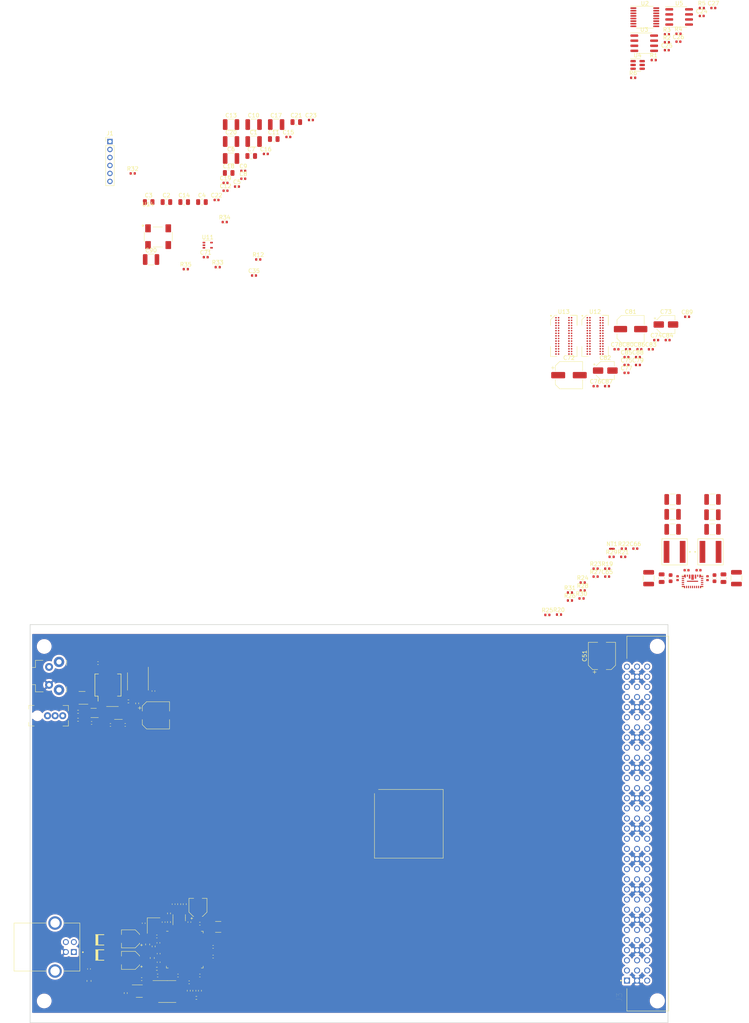
<source format=kicad_pcb>
(kicad_pcb (version 20210424) (generator pcbnew)
  (layers (0 "F.Cu" signal) (1 "In1.Cu" power) (2 "In2.Cu" power) (31 "B.Cu" signal) (34 "B.Paste" user) (35 "F.Paste" user) (36 "B.SilkS" user "B.Silkscreen") (37 "F.SilkS" user "F.Silkscreen") (38 "B.Mask" user) (39 "F.Mask" user) (44 "Edge.Cuts" user))
  (net 0 "")
  (net 1 "VCCINT")
  (net 2 "GND")
  (net 3 "VCCAUX")
  (net 4 "Net-(C31-Pad1)")
  (net 5 "VCC")
  (net 6 "Net-(C35-Pad1)")
  (net 7 "/USB interface/VPHY")
  (net 8 "/USB interface/VPLL")
  (net 9 "Net-(C49-Pad1)")
  (net 10 "Net-(C50-Pad1)")
  (net 11 "Net-(C56-Pad1)")
  (net 12 "Net-(C56-Pad2)")
  (net 13 "Net-(C64-Pad1)")
  (net 14 "/Power Supply/BP5")
  (net 15 "Net-(C67-Pad1)")
  (net 16 "Net-(C67-Pad2)")
  (net 17 "Net-(C68-Pad1)")
  (net 18 "Net-(U18-Pad6)")
  (net 19 "Net-(C95-Pad1)")
  (net 20 "/USB interface/D-")
  (net 21 "/USB interface/D+")
  (net 22 "Net-(D3-Pad1)")
  (net 23 "Net-(D3-Pad3)")
  (net 24 "/USB interface/VBUS")
  (net 25 "TCK")
  (net 26 "TDI")
  (net 27 "TMS")
  (net 28 "TDO")
  (net 30 "DIN1")
  (net 31 "DIN2")
  (net 32 "DIN3")
  (net 33 "DIN4")
  (net 34 "DIN5")
  (net 35 "DIN7")
  (net 36 "DIN8")
  (net 37 "DIN9")
  (net 38 "DIN10")
  (net 39 "DIN11")
  (net 40 "DIN12")
  (net 41 "DIN13")
  (net 42 "DIN14")
  (net 43 "DIN15")
  (net 44 "DIN16")
  (net 45 "DIN17")
  (net 46 "DIN18")
  (net 47 "DIN20")
  (net 48 "DIN21")
  (net 49 "DIN22")
  (net 50 "DIN23")
  (net 51 "DIN24")
  (net 52 "DIN25")
  (net 53 "DIN26")
  (net 54 "DIN27")
  (net 55 "DIN28")
  (net 56 "DIN29")
  (net 57 "DIN30")
  (net 58 "DIN31")
  (net 59 "DIN32")
  (net 60 "DIN34")
  (net 61 "DIN35")
  (net 62 "DIN37")
  (net 63 "DIN38")
  (net 64 "DIN40")
  (net 65 "DIN41")
  (net 66 "DIN43")
  (net 67 "DIN44")
  (net 68 "DIN46")
  (net 69 "DIN47")
  (net 70 "DIN49")
  (net 71 "DIN50")
  (net 72 "DIN52")
  (net 73 "DIN53")
  (net 74 "DIN55")
  (net 75 "DIN56")
  (net 76 "DIN58")
  (net 77 "DIN59")
  (net 78 "DIN61")
  (net 79 "DIN62")
  (net 80 "DIN64")
  (net 81 "DIN65")
  (net 82 "DIN66")
  (net 83 "DIN67")
  (net 84 "DIN68")
  (net 85 "DIN69")
  (net 86 "DIN70")
  (net 87 "DIN71")
  (net 88 "DIN72")
  (net 89 "DIN73")
  (net 90 "DIN74")
  (net 91 "DIN75")
  (net 92 "DIN77")
  (net 93 "DIN78")
  (net 94 "DIN79")
  (net 95 "DIN80")
  (net 96 "DIN81")
  (net 97 "DIN82")
  (net 98 "DIN83")
  (net 99 "DIN84")
  (net 100 "DIN85")
  (net 101 "DIN86")
  (net 102 "DIN87")
  (net 103 "DIN88")
  (net 104 "DIN90")
  (net 105 "DIN91")
  (net 106 "DIN92")
  (net 107 "DIN93")
  (net 108 "DIN94")
  (net 109 "DIN95")
  (net 110 "DIN96")
  (net 113 "GND1")
  (net 114 "/Flash Memory/SPI_CLK")
  (net 115 "/Flash Memory/SPI_CONFIG_CS")
  (net 116 "/Flash Memory/SPI_MISO")
  (net 117 "Net-(R3-Pad2)")
  (net 118 "/Flash Memory/SPI_ROM_CS")
  (net 119 "Net-(R6-Pad2)")
  (net 120 "Net-(R11-Pad2)")
  (net 121 "Net-(R13-Pad1)")
  (net 122 "Net-(R14-Pad2)")
  (net 123 "Net-(R15-Pad2)")
  (net 124 "Net-(R16-Pad2)")
  (net 125 "Net-(R17-Pad1)")
  (net 126 "Net-(R18-Pad1)")
  (net 127 "Net-(R19-Pad1)")
  (net 128 "/Power Supply/EN1")
  (net 129 "/Power Supply/EN2")
  (net 130 "Net-(R24-Pad1)")
  (net 131 "Net-(R26-Pad1)")
  (net 132 "Net-(R26-Pad2)")
  (net 133 "INIT_B#")
  (net 134 "/Processor JTAG/DONE")
  (net 135 "SPI_PROGRAM#")
  (net 136 "Net-(R35-Pad1)")
  (net 137 "Net-(R36-Pad1)")
  (net 138 "Net-(R37-Pad2)")
  (net 139 "Net-(R38-Pad1)")
  (net 258 "FPGA_SPI_ROM_CS")
  (net 297 "FPGA_SPI_MISO")
  (net 307 "FPGA_SPI_CLK")
  (net 312 "/Processor JTAG/PROGRAM_B#")
  (net 313 "FPGA_SPI_CONFIG_CS")
  (net 320 "FPGA_SPI_MOSI")
  (net 325 "USB_SPI_CLK")
  (net 326 "USB_SPI_MOSI")
  (net 327 "/Flash Memory/SPI_MOSI")
  (net 328 "USB_SPI_CONFIG_CS")
  (net 329 "USB_SPI_ROM_CS")
  (net 330 "USB_SPI_MISO")
  (net 331 "Net-(U6-Pad4)")
  (net 332 "Net-(U7-Pad4)")
  (net 333 "Net-(U7-Pad5)")
  (net 334 "Net-(U7-Pad6)")
  (net 335 "Net-(U7-Pad7)")
  (net 360 "/Power Supply/SYNC")
  (net 361 "/Power Supply/SS")
  (net 362 "DRAM1_IO15")
  (net 363 "DRAM1_IO0")
  (net 364 "DRAM1_IO14")
  (net 365 "DRAM1_IO1")
  (net 366 "DRAM1_IO13")
  (net 367 "DRAM1_IO2")
  (net 368 "DRAM1_IO12")
  (net 369 "DRAM1_IO11")
  (net 370 "DRAM1_IO4")
  (net 371 "DRAM1_IO3")
  (net 372 "DRAM1_IO10")
  (net 373 "DRAM1_IO5")
  (net 374 "DRAM1_IO9")
  (net 375 "DRAM1_IO6")
  (net 376 "DRAM1_IO8")
  (net 377 "DRAM1_IO7")
  (net 378 "DRAM1_UDQM")
  (net 379 "DRAM1_LDQM")
  (net 380 "DRAM1_WE#")
  (net 381 "DRAM_CLK")
  (net 382 "DRAM1_RAS#")
  (net 383 "DRAM1_CAS#")
  (net 384 "DRAM1_CS#")
  (net 385 "DRAM1_A11")
  (net 386 "DRAM1_A9")
  (net 387 "DRAM1_A8")
  (net 388 "DRAM1_A7")
  (net 389 "DRAM1_A0")
  (net 390 "DRAM1_A10")
  (net 391 "DRAM1_A6")
  (net 392 "DRAM1_A5")
  (net 393 "DRAM1_A2")
  (net 394 "DRAM1_A1")
  (net 395 "DRAM1_A4")
  (net 396 "DRAM1_A3")
  (net 397 "DRAM2_IO15")
  (net 398 "DRAM2_IO0")
  (net 399 "DRAM2_IO14")
  (net 400 "DRAM2_IO1")
  (net 401 "DRAM2_IO13")
  (net 402 "DRAM2_IO2")
  (net 403 "DRAM2_IO12")
  (net 404 "DRAM2_IO11")
  (net 405 "DRAM2_IO4")
  (net 406 "DRAM2_IO3")
  (net 407 "DRAM2_IO10")
  (net 408 "DRAM2_IO5")
  (net 409 "DRAM2_IO9")
  (net 410 "DRAM2_IO6")
  (net 411 "DRAM2_IO8")
  (net 412 "DRAM2_IO7")
  (net 413 "DRAM2_UDQM")
  (net 414 "DRAM2_LDQM")
  (net 415 "DRAM2_WE#")
  (net 416 "DRAM2_RAS#")
  (net 417 "DRAM2_CAS#")
  (net 418 "DRAM2_CS#")
  (net 419 "DRAM2_A11")
  (net 420 "DRAM2_A9")
  (net 421 "DRAM2_A8")
  (net 422 "DRAM2_A7")
  (net 423 "DRAM2_A0")
  (net 424 "DRAM2_A10")
  (net 425 "DRAM2_A6")
  (net 426 "DRAM2_A5")
  (net 427 "DRAM2_A2")
  (net 428 "DRAM2_A1")
  (net 429 "DRAM2_A4")
  (net 430 "DRAM2_A3")
  (net 433 "Net-(U15-Pad1)")
  (net 434 "Net-(U15-Pad2)")
  (net 435 "Net-(U19-Pad3)")
  (net 436 "Net-(U18-Pad10)")
  (net 437 "Net-(U17-Pad2)")
  (net 438 "Net-(U17-Pad4)")
  (net 439 "Net-(U17-Pad6)")
  (net 440 "Net-(C94-Pad2)")
  (footprint "Mounting_Holes:MountingHole_2.7mm" (layer "F.Cu") (at 58.6 139.45)
    (fp_text reference "MK3" hide)
    (fp_text value "Mounting_Hole_PAD" hide)
  )
  (footprint "Mounting_Holes:MountingHole_2.7mm" (layer "F.Cu") (at 58.6 50.55)
    (fp_text reference "MK1" hide)
    (fp_text value "Mounting_Hole_PAD" hide)
  )
  (footprint "SS-52300-001:BEL_SS-52300-001" (layer "F.Cu") (at 64.03 125.93 -90)
    (fp_text reference "J2")
    (fp_text value "USB_B")
  )
  (footprint "Capacitor_SMD:C_0402_1005Metric" (layer "F.Cu") (at 219.72 -32.12)
    (fp_text reference "C89")
    (fp_text value "470nF")
  )
  (footprint "Resistor_SMD:R_0402_1005Metric" (layer "F.Cu") (at 190.35 39.03)
    (fp_text reference "R26")
    (fp_text value "10k")
  )
  (footprint "Package_TO_SOT_SMD:SOT-23-6" (layer "F.Cu") (at 207.32 -95.27)
    (fp_text reference "U4")
    (fp_text value "TMUX1219")
  )
  (footprint "Capacitor_SMD:CP_Elec_4x4.5" (layer "F.Cu") (at 80.23 129.28 180)
    (fp_text reference "C38")
    (fp_text value "4.7u")
  )
  (footprint "Capacitor_SMD:C_0402_1005Metric" (layer "F.Cu") (at 92.13 133.08)
    (fp_text reference "C40")
    (fp_text value "0.1u")
  )
  (footprint "Capacitor_SMD:C_0402_1005Metric" (layer "F.Cu") (at 204.52 -18.06)
    (fp_text reference "C77")
    (fp_text value "470nF")
  )
  (footprint "Capacitor_SMD:C_0805_2012Metric" (layer "F.Cu") (at 89.23 -60.89)
    (fp_text reference "C2")
    (fp_text value "4.7uF")
  )
  (footprint "Capacitor_SMD:C_0402_1005Metric" (layer "F.Cu") (at 94.98 119.68 90)
    (fp_text reference "C41")
    (fp_text value "0.1u")
  )
  (footprint "Resistor_SMD:R_0402_1005Metric" (layer "F.Cu") (at 214.65 -100.96)
    (fp_text reference "R2")
    (fp_text value "2.4k")
  )
  (footprint "Capacitor_SMD:C_0402_1005Metric" (layer "F.Cu") (at 104.04 -63.73)
    (fp_text reference "C12")
    (fp_text value "470nF")
  )
  (footprint "Capacitor_SMD:C_1210_3225Metric" (layer "F.Cu") (at 226.06 17.52 180)
    (fp_text reference "C70")
    (fp_text value "100uF")
  )
  (footprint "Capacitor_SMD:C_1210_3225Metric" (layer "F.Cu") (at 216.08 17.43)
    (fp_text reference "C58")
    (fp_text value "100uF")
  )
  (footprint "Capacitor_SMD:C_1210_3225Metric" (layer "F.Cu") (at 105.43 -76.07)
    (fp_text reference "C20")
    (fp_text value "100uF")
  )
  (footprint "Capacitor_SMD:C_0402_1005Metric" (layer "F.Cu") (at 70.48 69.73)
    (fp_text reference "C92")
    (fp_text value "0.1uF")
  )
  (footprint "DO-214AC:DO-214AC" (layer "F.Cu") (at 72.53 124.13)
    (fp_text reference "D2")
    (fp_text value "D_TVS")
  )
  (footprint "Resistor_SMD:R_0402_1005Metric" (layer "F.Cu") (at 203.85 26.03)
    (fp_text reference "R22")
    (fp_text value "10k")
  )
  (footprint "NetTie:NetTie-2_SMD_Pad0.5mm" (layer "F.Cu") (at 200.87 26.06)
    (fp_text reference "NT1")
    (fp_text value "NetTie_2")
  )
  (footprint "Package_SO:SOIC-8_3.9x4.9mm_P1.27mm" (layer "F.Cu") (at 208.97 -100.72)
    (fp_text reference "U3")
    (fp_text value "AT25xxx")
  )
  (footprint "Resistor_SMD:R_0402_1005Metric" (layer "F.Cu") (at 96.23 136.88 -90)
    (fp_text reference "R9")
    (fp_text value "10k")
  )
  (footprint "Capacitor_SMD:C_0402_1005Metric" (layer "F.Cu") (at 83.03 133.98 180)
    (fp_text reference "C48")
    (fp_text value "0.1u")
  )
  (footprint "Resistor_SMD:R_0402_1005Metric" (layer "F.Cu") (at 93.83 115.18 -90)
    (fp_text reference "R15")
    (fp_text value "10k")
  )
  (footprint "Capacitor_SMD:C_0402_1005Metric" (layer "F.Cu") (at 101.79 -61.41)
    (fp_text reference "C22")
    (fp_text value "470nF")
  )
  (footprint "Package_SO:TSSOP-16_4.4x5mm_P0.65mm" (layer "F.Cu") (at 89.43 137.08)
    (fp_text reference "U7")
    (fp_text value "SN74AVC4T245PW")
  )
  (footprint "Capacitor_SMD:C_1210_3225Metric" (layer "F.Cu") (at 102.21 120.88)
    (fp_text reference "C34")
    (fp_text value "3.3uF")
  )
  (footprint "Capacitor_SMD:C_0402_1005Metric" (layer "F.Cu") (at 219.58 31.43)
    (fp_text reference "C56")
    (fp_text value "0.1uF")
  )
  (footprint "Capacitor_SMD:C_Elec_6.3x7.7" (layer "F.Cu") (at 205.56 -29.03)
    (fp_text reference "C81")
    (fp_text value "100uF")
  )
  (footprint "Resistor_SMD:R_0402_1005Metric" (layer "F.Cu") (at 80.78 -68.07)
    (fp_text reference "R32")
    (fp_text value "4.7k")
  )
  (footprint "Capacitor_SMD:C_0402_1005Metric" (layer "F.Cu") (at 207.76 -23.97)
    (fp_text reference "C86")
    (fp_text value "470nF")
  )
  (footprint "Package_TO_SOT_SMD:SOT-353_SC-70-5" (layer "F.Cu") (at 99.58 -50.07)
    (fp_text reference "U11")
    (fp_text value "74LVC1G08")
  )
  (footprint "TPS541620:TPS541620" (layer "F.Cu") (at 221.08 34.23 -90)
    (fp_text reference "U10")
    (fp_text value "TPS541620")
  )
  (footprint "Capacitor_SMD:C_0603_1608Metric" (layer "F.Cu") (at 215.58 33.43 -90)
    (fp_text reference "C54")
    (fp_text value "0.1uF")
  )
  (footprint "Capacitor_SMD:C_0402_1005Metric" (layer "F.Cu") (at 199.68 33.03)
    (fp_text reference "C65")
    (fp_text value "4.7uF")
  )
  (footprint "Capacitor_SMD:C_0402_1005Metric" (layer "F.Cu") (at 207.39 -20.03)
    (fp_text reference "C79")
    (fp_text value "470nF")
  )
  (footprint "Capacitor_SMD:C_0402_1005Metric" (layer "F.Cu") (at 87.23 124.88 -90)
    (fp_text reference "C37")
    (fp_text value "0.1u")
  )
  (footprint "Inductor_SMD:L_0603_1608Metric" (layer "F.Cu") (at 84.53 125.28 -90)
    (fp_text reference "FB2")
    (fp_text value "600R/0.5A")
  )
  (footprint "Resistor_SMD:R_0402_1005Metric" (layer "F.Cu") (at 102.08 -44.57)
    (fp_text reference "R33")
    (fp_text value "330")
  )
  (footprint "Capacitor_SMD:C_0402_1005Metric" (layer "F.Cu") (at 217.54 -101.11)
    (fp_text reference "C26")
    (fp_text value "0.1u")
  )
  (footprint "Package_SO:SOIC-8_3.9x4.9mm_P1.27mm" (layer "F.Cu") (at 217.72 -107.31)
    (fp_text reference "U5")
    (fp_text value "AT25xxx")
  )
  (footprint "Resistor_SMD:R_0402_1005Metric" (layer "F.Cu") (at 94.08 -44.07)
    (fp_text reference "R35")
    (fp_text value "4.7k")
  )
  (footprint "Capacitor_SMD:C_0402_1005Metric" (layer "F.Cu") (at 204.89 -23.97)
    (fp_text reference "C80")
    (fp_text value "470nF")
  )
  (footprint "Inductor_SMD:L_0603_1608Metric" (layer "F.Cu") (at 69.83 134.43 90)
    (fp_text reference "FB1")
    (fp_text value "600R/0.5A")
  )
  (footprint "Resistor_SMD:R_0402_1005Metric" (layer "F.Cu") (at 89.88 119.67 90)
    (fp_text reference "R17")
    (fp_text value "2.2k")
  )
  (footprint "DO-214AC:DO-214AC" (layer "F.Cu") (at 72.53 127.93)
    (fp_text reference "D1")
    (fp_text value "D_TVS")
  )
  (footprint "Capacitor_SMD:C_0402_1005Metric" (layer "F.Cu") (at 207.39 -22)
    (fp_text reference "C88")
    (fp_text value "470nF")
  )
  (footprint "Capacitor_SMD:C_0402_1005Metric" (layer "F.Cu") (at 125.44 -81.46)
    (fp_text reference "C23")
    (fp_text value "470nF")
  )
  (footprint "Resistor_SMD:R_0402_1005Metric" (layer "F.Cu") (at 203.71 28.08)
    (fp_text reference "R21")
    (fp_text value "10k")
  )
  (footprint "Resistor_SMD:R_0402_1005Metric" (layer "F.Cu") (at 187.61 42.56)
    (fp_text reference "R20")
    (fp_text value "14k")
  )
  (footprint "Capacitor_SMD:C_0402_1005Metric" (layer "F.Cu") (at 97.61 120.08)
    (fp_text reference "C33")
    (fp_text value "0.1u")
  )
  (footprint "Resistor_SMD:R_0402_1005Metric" (layer "F.Cu") (at 199.7 31.05)
    (fp_text reference "R19")
    (fp_text value "100k")
  )
  (footprint "Resistor_SMD:R_0402_1005Metric" (layer "F.Cu") (at 200.8 28.08)
    (fp_text reference "R29")
    (fp_text value "39.9k")
  )
  (footprint "Capacitor_SMD:C_0402_1005Metric" (layer "F.Cu") (at 223.38 -107.56)
    (fp_text reference "C24")
    (fp_text value "0.1u")
  )
  (footprint "2-1825027-0:2-1825027-0" (layer "F.Cu") (at 62.3125 54.43 -90)
    (fp_text reference "SW1")
    (fp_text value "SW_Push")
  )
  (footprint "Resistor_SMD:R_0402_1005Metric" (layer "F.Cu") (at 223.4 -109.54)
    (fp_text reference "R5")
    (fp_text value "2.4k")
  )
  (footprint "Capacitor_SMD:C_0402_1005Metric" (layer "F.Cu") (at 204.52 -20.03)
    (fp_text reference "C75")
    (fp_text value "470nF")
  )
  (footprint "Capacitor_SMD:C_0402_1005Metric" (layer "F.Cu") (at 214.84 -26.27)
    (fp_text reference "C84")
    (fp_text value "470nF")
  )
  (footprint "Resistor_SMD:R_0402_1005Metric" (layer "F.Cu") (at 103.84 -55.87)
    (fp_text reference "R34")
    (fp_text value "4.7k")
  )
  (footprint "Capacitor_SMD:C_0402_1005Metric" (layer "F.Cu") (at 85.98 61.73 90)
    (fp_text reference "C93")
    (fp_text value "0.1uF")
  )
  (footprint "Capacitor_SMD:C_1210_3225Metric" (layer "F.Cu") (at 216.08 21.18)
    (fp_text reference "C57")
    (fp_text value "100uF")
  )
  (footprint "Package_SO:TSSOP-14_4.4x5mm_P0.65mm" (layer "F.Cu") (at 82.08 59.33 -90)
    (fp_text reference "U17")
    (fp_text value "74LS04")
  )
  (footprint "Package_SO:VSSOP-8_3.0x3.0mm_P0.65mm" (layer "F.Cu") (at 77.2 67.23)
    (fp_text reference "U19")
    (fp_text value "LMC555xMM")
  )
  (footprint "Resistor_SMD:R_0402_1005Metric" (layer "F.Cu") (at 193.26 38.51)
    (fp_text reference "R30")
    (fp_text value "15.4k")
  )
  (footprint "Package_SO:TSSOP-16_4.4x5mm_P0.65mm" (layer "F.Cu") (at 209.12 -107.24)
    (fp_text reference "U2")
    (fp_text value "74LVC157")
  )
  (footprint "Resistor_SMD:R_0402_1005Metric" (layer "F.Cu") (at 67.09 66.93)
    (fp_text reference "R37")
    (fp_text value "52")
  )
  (footprint "Capacitor_SMD:C_0402_1005Metric" (layer "F.Cu") (at 211.97 -26.27)
    (fp_text reference "C74")
    (fp_text value "470nF")
  )
  (footprint "Package_TO_SOT_SMD:SOT-23-5" (layer "F.Cu") (at 82.43 136.98)
    (fp_text reference "U6")
    (fp_text value "74LVC1G04")
  )
  (footprint "Capacitor_SMD:C_0402_1005Metric" (layer "F.Cu") (at 210.63 -23.97)
    (fp_text reference "C83")
    (fp_text value "470nF")
  )
  (footprint "Resistor_SMD:R_0402_1005Metric" (layer "F.Cu") (at 96.73 138.68 180)
    (fp_text reference "R11")
    (fp_text value "22")
  )
  (footprint "Capacitor_SMD:C_0402_1005Metric" (layer "F.Cu") (at 224.83 33.43 -90)
    (fp_text reference "C63")
    (fp_text value "0.1uF")
  )
  (footprint "Capacitor_SMD:C_0402_1005Metric" (layer "F.Cu") (at 94.93 134.78)
    (fp_text reference "C46")
    (fp_text value "0.1u")
  )
  (footprint "Capacitor_SMD:C_1210_3225Metric" (layer "F.Cu") (at 226.08 21.18 180)
    (fp_text reference "C69")
    (fp_text value "100uF")
  )
  (footprint "Capacitor_SMD:CP_Elec_6.3x7.7" (layer "F.Cu") (at 86.6 67.83)
    (fp_text reference "C95")
    (fp_text value "1uF")
  )
  (footprint "WP42WUMGYW:WP42WUM,GYW" (layer "F.Cu") (at 61.3375 67.93 180)
    (fp_text reference "D3")
    (fp_text value "LED_Dual_AKA")
  )
  (footprint "Capacitor_SMD:C_0805_2012Metric" (layer "F.Cu") (at 98.13 -60.89)
    (fp_text reference "C4")
    (fp_text value "4.7uF")
  )
  (footprint "Capacitor_SMD:C_1210_3225Metric" (layer "F.Cu") (at 111.08 -80.32)
    (fp_text reference "C10")
    (fp_text value "100uF")
  )
  (footprint "Connector_PinHeader_2.00mm:PinHeader_1x06_P2.00mm_Vertical" (layer "F.Cu") (at 75.08 -76.07)
    (fp_text reference "J1")
    (fp_text value "Conn_02x03_Counter_Clockwise")
  )
  (footprint "Package_SO:TSOP-6_1.65x3.05mm_P0.95mm" (layer "F.Cu") (at 68.08 63.43 180)
    (fp_text reference "U15")
    (fp_text value "BCM56DS")
  )
  (footprint "Capacitor_SMD:C_0402_1005Metric" (layer "F.Cu") (at 100.93 125.88)
    (fp_text reference "C43")
    (fp_text value "0.1u")
  )
  (footprint "XAL6030-122MEB:IND_XAL6030-122MEB" (layer "F.Cu") (at 225.58 26.83)
    (fp_text reference "L2")
    (fp_text value "1.2uH")
  )
  (footprint "Capacitor_SMD:C_0402_1005Metric" (layer "F.Cu") (at 206.74 26.02)
    (fp_text reference "C66")
    (fp_text value "0.1uF")
  )
  (footprint "Resistor_SMD:R_0402_1005Metric" (layer "F.Cu") (at 184.7 42.64)
    (fp_text reference "R25")
    (fp_text value "56k")
  )
  (footprint "Capacitor_SMD:C_0402_1005Metric" (layer "F.Cu") (at 199.64 -14.72)
    (fp_text reference "C87")
    (fp_text value "470nF")
  )
  (footprint "Capacitor_SMD:C_1210_3225Metric" (layer "F.Cu") (at 232.08 33.43 -90)
    (fp_text reference "C60")
    (fp_text value "47uF")
  )
  (footprint "Resistor_SMD:R_0402_1005Metric" (layer "F.Cu") (at 211.35 -96.5)
    (fp_text reference "R1")
    (fp_text value "100")
  )
  (footprint "Resistor_SMD:R_0402_1005Metric" (layer "F.Cu") (at 89.88 117.49 -90)
    (fp_text reference "R14")
    (fp_text value "10k")
  )
  (footprint "Capacitor_SMD:C_0402_1005Metric" (layer "F.Cu") (at 69.83 131.43 90)
    (fp_text reference "C31")
    (fp_text value "10n")
  )
  (footprint "Capacitor_SMD:C_0402_1005Metric" (layer "F.Cu") (at 91.03 115.18 90)
    (fp_text reference "C44")
    (fp_text value "0.1u")
  )
  (footprint "Capacitor_SMD:C_0402_1005Metric" (layer "F.Cu") (at 108.49 -66.74)
    (fp_text reference "C8")
    (fp_text value "470nF")
  )
  (footprint "Capacitor_SMD:C_0402_1005Metric" (layer "F.Cu") (at 104.04 -65.7)
    (fp_text reference "C19")
    (fp_text value "470nF")
  )
  (footprint "650913-5:TE_650913-5" (layer "F.Cu") (at 204.6375 134.34425 90)
    (fp_text reference "J3")
    (fp_text value "650913-5")
  )
  (footprint "Capacitor_SMD:CP_Elec_4x4.5" (layer "F.Cu") (at 199.21 -18.63)
    (fp_text reference "C82")
    (fp_text value "4.7uF")
  )
  (footprint "Resistor_SMD:R_0402_1005Metric" (layer "F.Cu") (at 81.9 64.83 90)
    (fp_text reference "R39")
    (fp_text value "470k")
  )
  (footprint "Capacitor_SMD:C_0402_1005Metric" (layer "F.Cu") (at 72.08 54.73 180)
    (fp_text reference "C91")
    (fp_text value "0.1uF")
  )
  (footprint "Capacitor_SMD:C_0402_1005Metric" (layer "F.Cu") (at 119.79 -77.21)
    (fp_text reference "C15")
    (fp_text value "470nF")
  )
  (footprint "Capacitor_SMD:C_1210_3225Metric" (layer "F.Cu") (at 116.73 -80.32)
    (fp_text reference "C17")
    (fp_text value "100uF")
  )
  (footprint "Capacitor_SMD:C_0805_2012Metric" (layer "F.Cu") (at 110.48 -72.44)
    (fp_text reference "C7")
    (fp_text value "4.7uF")
  )
  (footprint "Resistor_SMD:R_0402_1005Metric" (layer "F.Cu") (at 94.83 136.88 -90)
    (fp_text reference "R8")
    (fp_text value "10k")
  )
  (footprint "Capacitor_SMD:C_0805_2012Metric" (layer "F.Cu") (at 93.68 -60.89)
    (fp_text reference "C14")
    (fp_text value "4.7uF")
  )
  (footprint "Capacitor_SMD:C_0402_1005Metric" (layer "F.Cu") (at 111.18 -42.47)
    (fp_text reference "C35")
    (fp_text value "100pF")
  )
  (footprint "Resistor_SMD:R_0402_1005Metric" (layer "F.Cu") (at 193.55 34.53)
    (fp_text reference "R24")
    (fp_text value "100k")
  )
  (footprint "Capacitor_SMD:C_1210_3225Metric" (layer "F.Cu") (at 105.43 -71.82)
    (fp_text reference "C6")
    (fp_text value "100uF")
  )
  (footprint "IS42S16100H:IS42S16100H" (layer "F.Cu") (at 188.81 -27.33)
    (fp_text reference "U13")
    (fp_text value "IS42S16100H")
  )
  (footprint "Inductor_SMD:L_0603_1608Metric" (layer "F.Cu") (at 85.68 128.68 -90)
    (fp_text reference "FB3")
    (fp_text value "600R/0.5A")
  )
  (footprint "XAL6030-561MEB:IND_XAL6030-561MEB" (layer "F.Cu") (at 216.58 26.83 180)
    (fp_text reference "L1")
    (fp_text value "560nH")
  )
  (footprint "Package_SO:SSOP-14_5.3x6.2mm_P0.65mm" (layer "F.Cu") (at 74.58 60.23 90)
    (fp_text reference "U18")
    (fp_text value "74LS08")
  )
  (footprint "Capacitor_SMD:C_0402_1005Metric" (layer "F.Cu") (at 226.29 -109.55)
    (fp_text reference "C27")
    (fp_text value "0.1u")
  )
  (footprint "Capacitor_SMD:C_1210_3225Metric" (layer "F.Cu") (at 105.43 -80.32)
    (fp_text reference "C13")
    (fp_text value "100uF")
  )
  (footprint "Capacitor_SMD:C_0402_1005Metric" (layer "F.Cu") (at 99.08 -47.07)
    (fp_text reference "C71")
    (fp_text value "0.1uF")
  )
  (footprint "Capacitor_SMD:C_0402_1005Metric" (layer "F.Cu") (at 214.63 -98.98)
    (fp_text reference "C25")
    (fp_text value "0.1u")
  )
  (footprint "Capacitor_SMD:C_1210_3225Metric" (layer "F.Cu") (at 216.08 13.68)
    (fp_text reference "C59")
    (fp_text value "100uF")
  )
  (footprint "Capacitor_SMD:C_0402_1005Metric" (layer "F.Cu") (at 222.58 31.43 180)
    (fp_text reference "C67")
    (fp_text value "0.1uF")
  )
  (footprint "Capacitor_SMD:CP_Elec_6.3x7.7" (layer "F.Cu") (at 198.38 52.93 90)
    (fp_text reference "C51")
    (fp_text value "100uF")
  )
  (footprint "Capacitor_SMD:C_0402_1005Metric" (layer "F.Cu") (at 204.52 -22)
    (fp_text reference "C85")
    (fp_text value "470nF")
  )
  (footprint "Resistor_SMD:R_0402_1005Metric" (layer "F.Cu") (at 67.08 68.93)
    (fp_text reference "R36")
    (fp_text value "52")
  )
  (footprint "Resistor_SMD:R_0402_1005Metric" (layer "F.Cu") (at 190.35 37.04)
    (fp_text reference "R31")
    (fp_text value "17.4k")
  )
  (footprint "Resistor_SMD:R_0402_1005Metric" (layer "F.Cu") (at 217.56 -103.09)
    (fp_text reference "R4")
    (fp_text value "100")
  )
  (footprint "Capacitor_SMD:C_0603_1608Metric" (layer "F.Cu") (at 226.58 33.43 -90)
    (fp_text reference "C62")
    (fp_text value "0.1uF")
  )
  (footprint "Capacitor_SMD:C_0402_1005Metric" (layer "F.Cu") (at 106.91 -64.77)
    (fp_text reference "C5")
    (fp_text value "470nF")
  )
  (footprint "Capacitor_SMD:C_0402_1005Metric" (layer "F.Cu") (at 97.61 133.08)
    (fp_text reference "C42")
    (fp_text value "0.1u")
  )
  (footprint "Capacitor_SMD:C_1210_3225Metric" (layer "F.Cu") (at 210.08 33.43 -90)
    (fp_text reference "C52")
    (fp_text value "47uF")
  )
  (footprint "Capacitor_SMD:C_0402_1005Metric" (layer "F.Cu") (at 100.93 128.33)
    (fp_text reference "C30")
    (fp_text value "0.1u")
  )
  (footprint "Capacitor_SMD:C_0805_2012Metric" (layer "F.Cu") (at 116.13 -76.69)
    (fp_text reference "C11")
    (fp_text value "4.7uF")
  )
  (footprint "Capacitor_SMD:C_0402_1005Metric" (layer "F.Cu") (at 87.03 133.08)
    (fp_text reference "C45")
    (fp_text value "0.1u")
  )
  (footprint "Package_DFN_QFN:QFN-64-1EP_9x9mm_P0.5mm_EP4.35x4.35mm" (layer "F.Cu") (at 93.83 126.58)
    (fp_text reference "U8")
    (fp_text value "FT2232HQ")
  )
  (footprint "ECS-7050MV:ECS-7050MV" (layer "F.Cu") (at 84.615 -54.305)
    (fp_text reference "U14")
    (fp_text value "ECS-7050MV")
  )
  (footprint "Capacitor_SMD:C_0402_1005Metric" (layer "F.Cu") (at 78.9 70.23)
    (fp_text reference "C94")
    (fp_text value "0.01uF")
  )
  (footprint "Capacitor_SMD:C_0805_2012Metric" (layer "F.Cu") (at 104.83 -68.19)
    (fp_text reference "C18")
    (fp_text value "4.7uF")
  )
  (footprint "Package_TO_SOT_SMD:SOT-23-6" (layer "F.Cu") (at 92.43 118.58 90)
    (fp_text reference "U9")
    (fp_text value "93LCxxBxxOT")
  )
  (footprint "Capacitor_SMD:C_1210_3225Metric" (layer "F.Cu") (at 226.08 13.68 180)
    (fp_text reference "C47")
    (fp_text value "100uF")
  )
  (footprint "Capacitor_SMD:C_0805_2012Metric" (layer "F.Cu") (at 121.78 -80.94)
    (fp_text reference "C21")
    (fp_text value "4.7uF")
  )
  (footprint "Resistor_SMD:R_0402_1005Metric" (layer "F.Cu") (at 193.55 36.52)
    (fp_text reference "R28")
    (fp_text value "8k")
  )
  (footprint "Capacitor_SMD:C_0402_1005Metric" (layer "F.Cu") (at 87.28 127.58 -90)
    (fp_text reference "C39")
    (fp_text value "0.1u")
  )
  (footprint "Capacitor_SMD:C_0402_1005Metric" (layer "F.Cu") (at 88.53 119.68 90)
    (fp_text reference "C29")
    (fp_text value "0.1u")
  )
  (footprint "Capacitor_SMD:C_0402_1005Metric" (layer "F.Cu") (at 196.77 -14.72)
    (fp_text reference "C76")
    (fp_text value "470nF")
  )
  (footprint "Crystal:Crystal_SMD_EuroQuartz_MT-4Pin_3.2x2.5mm" (layer "F.Cu") (at 86.03 120.56 -90)
    (fp_text reference "Y1")
    (fp_text value "12MHz")
  )
  (footprint "Resistor_SMD:R_0402_1005Metric" (layer "F.Cu") (at 112.24 -46.49)
    (fp_text reference "R12")
    (fp_text value "68")
  )
  (footprint "Resistor_SMD:R_0402_1005Metric" (layer "F.Cu") (at 206.2 -92.05)
    (fp_text reference "R6")
    (fp_text value "30")
  )
  (footprint "Capacitor_SMD:C_0402_1005Metric" (layer "F.Cu") (at 108.49 -68.71)
    (fp_text reference "C9")
    (fp_text value "470nF")
  )
  (footprint "Resistor_SMD:R_0402_1005Metric" (layer "F.Cu") (at 86.03 125.78 90)
    (fp_text reference "R18")
    (fp_text value "12k/1%")
  )
  (footprint "Capacitor_SMD:C_0805_2012Metric" (layer "F.Cu") (at 84.78 -60.89)
    (fp_text reference "C3")
    (fp_text value "4.7uF")
  )
  (footprint "Resistor_SMD:R_0402_1005Metric" (layer "F.Cu") (at 196.79 31.05)
    (fp_text reference "R23")
    (fp_text value "10k")
  )
  (footprint "Capacitor_SMD:CP_Elec_4x4.5" (layer "F.Cu") (at 97.13 115.98 90)
    (fp_text reference "C32")
    (fp_text value "4.7u")
  )
  (footprint "Capacitor_SMD:C_0805_2012Metric" (layer "F.Cu") (at 213.33 33.43 -90)
    (fp_text reference "C53")
    (fp_text value "22uF")
  )
  (footprint "Capacitor_SMD:C_0402_1005Metric" (layer "F.Cu") (at 75.2 70.23)
    (fp_text reference "C96")
    (fp_text value "0.1uF")
  )
  (footprint "Capacitor_SMD:C_1210_3225Metric" (layer "F.Cu") (at 111.08 -76.07)
    (fp_text reference "C1")
    (fp_text value "100uF")
  )
  (footprint "Capacitor_SMD:C_0805_2012Metric" (layer "F.Cu") (at 228.83 33.43 -90)
    (fp_text reference "C61")
    (fp_text value "22uF")
  )
  (footprint "Capacitor_SMD:C_0402_1005Metric" (layer "F.Cu") (at 87.28 129.73 -90)
    (fp_text reference "C28")
    (fp_text value "0.1u")
  )
  (footprint "IS42S16100H:IS42S16100H" (layer "F.Cu") (at 196.66 -27.33)
    (fp_text reference "U12")
    (fp_text value "IS42S16100H")
  )
  (footprint "Capacitor_SMD:C_0402_1005Metric" (layer "F.Cu") (at 83.53 119.96 -90)
    (fp_text reference "C49")
    (fp_text value "16p")
  )
  (footprint "Resistor_SMD:R_0402_1005Metric" (layer "F.Cu") (at 92.43 115.18 -90)
    (fp_text reference "R16")
    (fp_text value "10k")
  )
  (footprint "Capacitor_SMD:CP_Elec_4x4.5" (layer "F.Cu") (at 214.41 -30.18)
    (fp_text reference "C73")
    (fp_text value "4.7uF")
  )
  (footprint "Resistor_SMD:R_0402_1005Metric" (layer "F.Cu") (at 196.79 33.04)
    (fp_text reference "R27")
    (fp_text value "10k")
  )
  (footprint "Resistor_SMD:R_0402_1005Metric" (layer "F.Cu") (at 97.63 136.88 -90)
    (fp_text reference "R10")
    (fp_text value "10k")
  )
  (footprint "Capacitor_SMD:C_0402_1005Metric" (layer "F.Cu") (at 114.14 -72.96)
    (fp_text reference "C16")
    (fp_text value "470nF")
  )
  (footprint "Resistor_SMD:R_0402_1005Metric" (layer "F.Cu") (at 79.7 64.33)
    (fp_text reference "R38")
    (fp_text value "470k")
  )
  (footprint "Capacitor_SMD:C_1210_3225Metric" (layer "F.Cu") (at 85.38 -46.48)
    (fp_text reference "C90")
    (fp_text value "100uF")
  )
  (footprint "Capacitor_SMD:CP_Elec_4x4.5" (layer "F.Cu") (at 80.23 123.88 180)
    (fp_text reference "C36")
    (fp_text value "4.7u")
  )
  (footprint "Capacitor_SMD:CP_Elec_6.3x7.7" (layer "F.Cu") (at 190.11 -17.48)
    (fp_text reference "C72")
    (fp_text value "100uF")
  )
  (footprint "Resistor_SMD:R_0402_1005Metric" (layer "F.Cu") (at 79.03 137.48 -90)
    (fp_text reference "R7")
    (fp_text value "10k")
  )
  (footprint "Resistor_SMD:R_0402_1005Metric" (layer "F.Cu") (at 214.65 -102.95)
    (fp_text reference "R3")
    (fp_text value "30")
  )
  (footprint "Capacitor_SMD:C_0402_1005Metric" (layer "F.Cu") (at 86.83 123.28 180)
    (fp_text reference "C50")
    (fp_text value "16p")
  )
  (footprint "Package_TO_SOT_SMD:SOT-353_SC-70-5" (layer "F.Cu") (at 70.98 67.23 180)
    (fp_text reference "U16")
    (fp_text value "74LVC1G32")
  )
  (footprint "Package_BGA:Xilinx_FTG256" (layer "F.Cu") (at 149.98 95.03)
    (fp_text reference "U1")
    (fp_text value "XC6SLX16-FTG256")
  )
  (footprint "Capacitor_SMD:C_0402_1005Metric" (layer "F.Cu") (at 202.02 -23.97)
    (fp_text reference "C78")
    (fp_text value "470nF")
  )
  (footprint "Resistor_SMD:R_0402_1005Metric" (layer "F.Cu") (at 86.83 131.38 180)
    (fp_text reference "R13")
    (fp_text value "1k")
  )
  (footprint "Capacitor_SMD:C_0402_1005Metric" (layer "F.Cu") (at 217.33 33.43 -90)
    (fp_text reference "C55")
    (fp_text value "0.1uF")
  )
  (gr_line (start 214.925 45.075) (end 55.075 45.075) (angle 90) (layer "Edge.Cuts") (width 0.15))
  (gr_line (start 214.925 144.925) (end 214.925 45.075) (angle 90) (layer "Edge.Cuts") (width 0.15))
  (gr_line (start 55.075 144.925) (end 214.925 144.925) (angle 90) (layer "Edge.Cuts") (width 0.15))
  (gr_line (start 55.075 45.075) (end 55.075 144.925) (angle 90) (layer "Edge.Cuts") (width 0.15))
  (zone (net 2) (net_name "GND") (layer "F.Cu") (connect_pads (clearance 0.508)) (min_thickness 0.254) (fill yes (thermal_gap 0.508) (thermal_bridge_width 0.508))
    (polygon (pts (xy 216.08 142.43) (xy 54.08 142.43) (xy 54.08 47.43) (xy 216.08 47.43)))
  )
  (zone (net 2) (net_name "GND") (layer "B.Cu") (connect_pads (clearance 0.508)) (min_thickness 0.254) (fill yes (thermal_gap 0.508) (thermal_bridge_width 0.508))
    (polygon (pts (xy 216.08 142.43) (xy 54.08 142.43) (xy 54.08 47.43) (xy 216.08 47.43)))
  )
)
</source>
